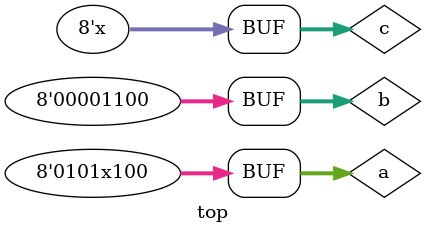
<source format=v>
module top;

reg [3:1] A;
reg [2:1] B;
reg [14:1] O;
reg [8:1] a, b, c;
// reg c;
reg [32:0]dataBus; 


initial
begin

    // dataBus = 32'h56xba231;
    a = 8'b0101x100; 
    b = 8'b00001100; 
    #5 c = a+b;

end

initial
    $monitor("a = %b; b = %b; c = %b", a, b, c);

endmodule
</source>
